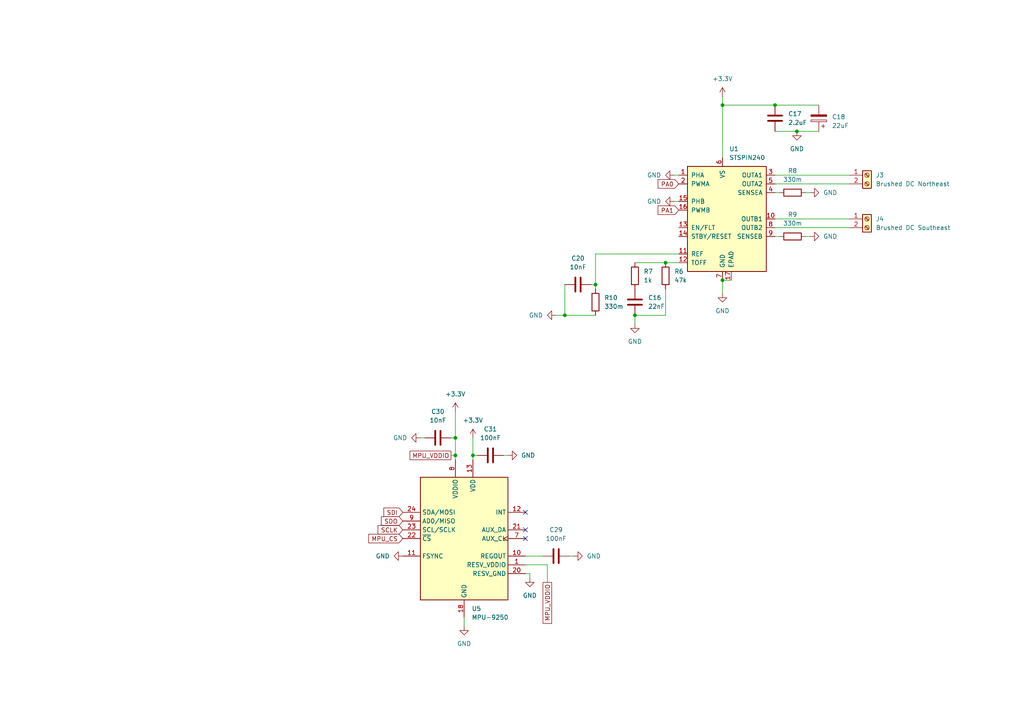
<source format=kicad_sch>
(kicad_sch (version 20230121) (generator eeschema)
  (paper "A4")
  (title_block (title "URONE - Motor Control") (date "2023-07-05") (rev "0") (company "Udestries") (comment 1 "Directly manages, utilizing analog output from the processor, the motors."))
  (lib_symbols
    (symbol "Connector:Screw_Terminal_01x02" (pin_names (offset 1.016) hide)
      (property "Reference" "J" (at 0 2.54 0))
      (property "Value" "Screw_Terminal_01x02" (at 0 -5.08 0))
      (symbol "Screw_Terminal_01x02_1_1"
        (rectangle (start -1.27 1.27) (end 1.27 -3.81) (stroke (width 0.254)) (fill (type background)))
        (circle (center 0 -2.54) (radius 0.635) (stroke (width 0.1524)))
        (polyline (pts (xy -0.5334 -2.2098) (xy 0.3302 -3.048)) (stroke (width 0.1524)))
        (polyline (pts (xy -0.5334 0.3302) (xy 0.3302 -0.508)) (stroke (width 0.1524)))
        (polyline (pts (xy -0.3556 -2.032) (xy 0.508 -2.8702)) (stroke (width 0.1524)))
        (polyline (pts (xy -0.3556 0.508) (xy 0.508 -0.3302)) (stroke (width 0.1524)))
        (circle (center 0 0) (radius 0.635) (stroke (width 0.1524)))
        (pin passive line (at -5.08 0 0) (length 3.81) (name "Pin_1") (number "1"))
        (pin passive line (at -5.08 -2.54 0) (length 3.81) (name "Pin_2") (number "2"))
      )
    )
    (symbol "Device:C" (pin_numbers hide) (pin_names (offset 0.254))
      (property "Reference" "C" (at 0.635 2.54 0))
      (property "Value" "C" (at 0.635 -2.54 0))
      (symbol "C_0_1"
        (polyline (pts (xy -2.032 -0.762) (xy 2.032 -0.762)) (stroke (width 0.508)))
        (polyline (pts (xy -2.032 0.762) (xy 2.032 0.762)) (stroke (width 0.508)))
      )
      (symbol "C_1_1"
        (pin passive line (at 0 3.81 270) (length 2.794) (name "~") (number "1"))
        (pin passive line (at 0 -3.81 90) (length 2.794) (name "~") (number "2"))
      )
    )
    (symbol "Device:C_Polarized" (pin_numbers hide) (pin_names (offset 0.254))
      (property "Reference" "C" (at 0.635 2.54 0))
      (property "Value" "C_Polarized" (at 0.635 -2.54 0))
      (symbol "C_Polarized_0_1"
        (rectangle (start -2.286 0.508) (end 2.286 1.016))
        (polyline (pts (xy -1.778 2.286) (xy -0.762 2.286)))
        (polyline (pts (xy -1.27 2.794) (xy -1.27 1.778)))
        (rectangle (start 2.286 -0.508) (end -2.286 -1.016) (fill (type outline)))
      )
      (symbol "C_Polarized_1_1"
        (pin passive line (at 0 3.81 270) (length 2.794) (name "~") (number "1"))
        (pin passive line (at 0 -3.81 90) (length 2.794) (name "~") (number "2"))
      )
    )
    (symbol "Device:R" (pin_numbers hide) (pin_names (offset 0))
      (property "Reference" "R" (at 2.032 0 90))
      (property "Value" "R" (at 0 0 90))
      (symbol "R_0_1"
        (rectangle (start -1.016 -2.54) (end 1.016 2.54) (stroke (width 0.254)))
      )
      (symbol "R_1_1"
        (pin passive line (at 0 3.81 270) (length 1.27) (name "~") (number "1"))
        (pin passive line (at 0 -3.81 90) (length 1.27) (name "~") (number "2"))
      )
    )
    (symbol "Driver_Motor:STSPIN240" (pin_names (offset 1.016))
      (property "Reference" "U" (at -10.16 16.51 0))
      (property "Value" "STSPIN240" (at 5.08 16.51 0))
      (symbol "STSPIN240_0_1"
        (rectangle (start -10.16 15.24) (end 12.7 -15.24) (stroke (width 0.254)) (fill (type background)))
      )
      (symbol "STSPIN240_1_1"
        (pin input line (at -12.7 12.7 0) (length 2.54) (name "PHA") (number "1"))
        (pin power_out line (at 15.24 0 180) (length 2.54) (name "OUTB1") (number "10"))
        (pin input line (at -12.7 -10.16 0) (length 2.54) (name "REF") (number "11"))
        (pin input line (at -12.7 -12.7 0) (length 2.54) (name "TOFF") (number "12"))
        (pin bidirectional line (at -12.7 -2.54 0) (length 2.54) (name "EN/FLT") (number "13"))
        (pin input line (at -12.7 -5.08 0) (length 2.54) (name "STBY/RESET") (number "14"))
        (pin input line (at -12.7 5.08 0) (length 2.54) (name "PHB") (number "15"))
        (pin input line (at -12.7 2.54 0) (length 2.54) (name "PWMB") (number "16"))
        (pin power_in line (at 2.54 -17.78 90) (length 2.54) (name "EPAD") (number "17"))
        (pin input line (at -12.7 10.16 0) (length 2.54) (name "PWMA") (number "2"))
        (pin power_out line (at 15.24 12.7 180) (length 2.54) (name "OUTA1") (number "3"))
        (pin power_out line (at 15.24 7.62 180) (length 2.54) (name "SENSEA") (number "4"))
        (pin power_out line (at 15.24 10.16 180) (length 2.54) (name "OUTA2") (number "5"))
        (pin power_in line (at 0 17.78 270) (length 2.54) (name "VS") (number "6"))
        (pin power_in line (at 0 -17.78 90) (length 2.54) (name "GND") (number "7"))
        (pin power_out line (at 15.24 -2.54 180) (length 2.54) (name "OUTB2") (number "8"))
        (pin power_out line (at 15.24 -5.08 180) (length 2.54) (name "SENSEB") (number "9"))
      )
    )
    (symbol "Sensor_Motion:MPU-9250"
      (property "Reference" "U" (at -11.43 19.05 0))
      (property "Value" "MPU-9250" (at 7.62 -19.05 0))
      (symbol "MPU-9250_0_1"
        (rectangle (start -12.7 17.78) (end 12.7 -17.78) (stroke (width 0.254)) (fill (type background)))
      )
      (symbol "MPU-9250_1_1"
        (pin input line (at 17.78 -7.62 180) (length 5.08) (name "RESV_VDDIO") (number "1"))
        (pin passive line (at 17.78 -5.08 180) (length 5.08) (name "REGOUT") (number "10"))
        (pin input line (at -17.78 -5.08 0) (length 5.08) (name "FSYNC") (number "11"))
        (pin output line (at 17.78 7.62 180) (length 5.08) (name "INT") (number "12"))
        (pin power_in line (at 2.54 22.86 270) (length 5.08) (name "VDD") (number "13"))
        (pin power_in line (at 0 -22.86 90) (length 5.08) (name "GND") (number "18"))
        (pin power_in line (at 17.78 -10.16 180) (length 5.08) (name "RESV_GND") (number "20"))
        (pin bidirectional line (at 17.78 2.54 180) (length 5.08) (name "AUX_DA") (number "21"))
        (pin input line (at -17.78 0 0) (length 5.08) (name "~{CS}") (number "22"))
        (pin input line (at -17.78 2.54 0) (length 5.08) (name "SCL/SCLK") (number "23"))
        (pin bidirectional line (at -17.78 7.62 0) (length 5.08) (name "SDA/MOSI") (number "24"))
        (pin output clock (at 17.78 0 180) (length 5.08) (name "AUX_CL") (number "7"))
        (pin power_in line (at -2.54 22.86 270) (length 5.08) (name "VDDIO") (number "8"))
        (pin bidirectional line (at -17.78 5.08 0) (length 5.08) (name "AD0/MISO") (number "9"))
      )
    )
    (symbol "power:+3.3V" (power) (pin_names (offset 0))
      (property "Value" "+3.3V" (at 0 3.556 0))
      (symbol "+3.3V_0_1"
        (polyline (pts (xy -0.762 1.27) (xy 0 2.54)))
        (polyline (pts (xy 0 0) (xy 0 2.54)))
        (polyline (pts (xy 0 2.54) (xy 0.762 1.27)))
      )
      (symbol "+3.3V_1_1"
        (pin power_in line (at 0 0 90) (length 0) hide (name "+3.3V") (number "1"))
      )
    )
    (symbol "power:GND" (power) (pin_names (offset 0))
      (property "Value" "GND" (at 0 -3.81 0))
      (symbol "GND_0_1"
        (polyline (pts (xy 0 0) (xy 0 -1.27) (xy 1.27 -1.27) (xy 0 -2.54) (xy -1.27 -1.27) (xy 0 -1.27)))
      )
      (symbol "GND_1_1"
        (pin power_in line (at 0 0 270) (length 0) hide (name "GND") (number "1"))
      )
    )
  )
  (junction (at 231.14 38.1))
  (junction (at 163.83 91.44))
  (junction (at 224.79 30.48))
  (junction (at 193.04 76.2))
  (junction (at 137.16 132.08))
  (junction (at 172.72 82.55))
  (junction (at 132.08 127))
  (junction (at 209.55 81.28))
  (junction (at 209.55 30.48))
  (junction (at 132.08 132.08))
  (junction (at 184.15 91.44))
  (no_connect (at 152.4 156.21))
  (no_connect (at 152.4 153.67))
  (no_connect (at 152.4 148.59))
  (wire (pts (xy 209.55 81.28) (xy 209.55 85.09)))
  (wire (pts (xy 195.58 50.8) (xy 196.85 50.8)))
  (wire (pts (xy 224.79 30.48) (xy 237.49 30.48)))
  (wire (pts (xy 212.09 81.28) (xy 209.55 81.28)))
  (wire (pts (xy 157.48 161.29) (xy 152.4 161.29)))
  (wire (pts (xy 193.04 83.82) (xy 193.04 91.44)))
  (wire (pts (xy 153.67 166.37) (xy 152.4 166.37)))
  (wire (pts (xy 137.16 127) (xy 137.16 132.08)))
  (wire (pts (xy 163.83 91.44) (xy 172.72 91.44)))
  (wire (pts (xy 121.92 127) (xy 123.19 127)))
  (wire (pts (xy 147.32 132.08) (xy 146.05 132.08)))
  (wire (pts (xy 224.79 53.34) (xy 246.38 53.34)))
  (wire (pts (xy 132.08 119.38) (xy 132.08 127)))
  (wire (pts (xy 172.72 73.66) (xy 196.85 73.66)))
  (wire (pts (xy 132.08 132.08) (xy 132.08 133.35)))
  (wire (pts (xy 224.79 38.1) (xy 231.14 38.1)))
  (wire (pts (xy 193.04 91.44) (xy 184.15 91.44)))
  (wire (pts (xy 134.62 181.61) (xy 134.62 179.07)))
  (wire (pts (xy 193.04 76.2) (xy 196.85 76.2)))
  (wire (pts (xy 137.16 132.08) (xy 137.16 133.35)))
  (wire (pts (xy 163.83 82.55) (xy 163.83 91.44)))
  (wire (pts (xy 158.75 168.91) (xy 158.75 163.83)))
  (wire (pts (xy 171.45 82.55) (xy 172.72 82.55)))
  (wire (pts (xy 158.75 163.83) (xy 152.4 163.83)))
  (wire (pts (xy 172.72 73.66) (xy 172.72 82.55)))
  (wire (pts (xy 172.72 83.82) (xy 172.72 82.55)))
  (wire (pts (xy 195.58 58.42) (xy 196.85 58.42)))
  (wire (pts (xy 184.15 76.2) (xy 193.04 76.2)))
  (wire (pts (xy 224.79 63.5) (xy 246.38 63.5)))
  (wire (pts (xy 130.81 127) (xy 132.08 127)))
  (wire (pts (xy 226.06 55.88) (xy 224.79 55.88)))
  (wire (pts (xy 153.67 166.37) (xy 153.67 167.64)))
  (wire (pts (xy 161.29 91.44) (xy 163.83 91.44)))
  (wire (pts (xy 209.55 30.48) (xy 209.55 45.72)))
  (wire (pts (xy 233.68 68.58) (xy 234.95 68.58)))
  (wire (pts (xy 132.08 127) (xy 132.08 132.08)))
  (wire (pts (xy 166.37 161.29) (xy 165.1 161.29)))
  (wire (pts (xy 209.55 27.94) (xy 209.55 30.48)))
  (wire (pts (xy 138.43 132.08) (xy 137.16 132.08)))
  (wire (pts (xy 130.81 132.08) (xy 132.08 132.08)))
  (wire (pts (xy 224.79 66.04) (xy 246.38 66.04)))
  (wire (pts (xy 231.14 38.1) (xy 237.49 38.1)))
  (wire (pts (xy 224.79 50.8) (xy 246.38 50.8)))
  (wire (pts (xy 184.15 91.44) (xy 184.15 93.98)))
  (wire (pts (xy 226.06 68.58) (xy 224.79 68.58)))
  (wire (pts (xy 234.95 55.88) (xy 233.68 55.88)))
  (wire (pts (xy 209.55 30.48) (xy 224.79 30.48)))
  (global_label "MPU_CS" (shape input) (at 116.84 156.21 180) (property "Intersheetrefs" "${INTERSHEET_REFS}" (effects hide)))
  (global_label "PA1" (shape input) (at 196.85 60.96 180) (property "Intersheetrefs" "${INTERSHEET_REFS}" (effects hide)))
  (global_label "MPU_VDDIO" (shape passive) (at 158.75 168.91 270) (property "Intersheetrefs" "${INTERSHEET_REFS}" (effects hide)))
  (global_label "SDI" (shape input) (at 116.84 148.59 180) (property "Intersheetrefs" "${INTERSHEET_REFS}" (effects hide)))
  (global_label "SDO" (shape input) (at 116.84 151.13 180) (property "Intersheetrefs" "${INTERSHEET_REFS}" (effects hide)))
  (global_label "PA0" (shape input) (at 196.85 53.34 180) (property "Intersheetrefs" "${INTERSHEET_REFS}" (effects hide)))
  (global_label "MPU_VDDIO" (shape passive) (at 130.81 132.08 180) (property "Intersheetrefs" "${INTERSHEET_REFS}" (effects hide)))
  (global_label "SCLK" (shape input) (at 116.84 153.67 180) (property "Intersheetrefs" "${INTERSHEET_REFS}" (effects hide)))
  (symbol (lib_id "Device:C_Polarized") (at 237.49 34.29 180) (unit 1)
    (property "Reference" "C18" (at 241.3 33.909 0) (effects (justify right)))
    (property "Value" "22uF" (at 241.3 36.449 0) (effects (justify right)))
    (property "Footprint" "Capacitor_SMD:CP_Elec_6.3x5.4" (effects hide))
    (property "ManufacturerPartNumber" "226SML050M" (effects hide))
  )
  (symbol (lib_id "Device:C") (at 127 127 90) (unit 1)
    (property "Reference" "C30" (at 127 119.38 90))
    (property "Value" "10nF" (at 127 121.92 90))
    (property "Footprint" "Capacitor_SMD:C_0201_0603Metric" (effects hide))
    (property "ManufacturerPartNumber" "C0603X5R1A103K030BA" (effects hide))
  )
  (symbol (lib_id "Connector:Screw_Terminal_01x02") (at 251.46 63.5 0) (unit 1)
    (property "Reference" "J4" (at 254 63.5 0) (effects (justify left)))
    (property "Value" "Brushed DC Southeast" (at 254 66.04 0) (effects (justify left)))
    (property "Footprint" "TerminalBlock:TerminalBlock_bornier-2_P5.08mm" (effects hide))
    (property "ManufacturerPartNumber" "1760510000" (effects hide))
  )
  (symbol (lib_id "Device:C") (at 142.24 132.08 90) (unit 1)
    (property "Reference" "C31" (at 142.24 124.46 90))
    (property "Value" "100nF" (at 142.24 127 90))
    (property "Footprint" "Capacitor_SMD:C_0201_0603Metric" (effects hide))
    (property "ManufacturerPartNumber" "CL03A104KQ3NNNC" (effects hide))
  )
  (symbol (lib_id "Sensor_Motion:MPU-9250") (at 134.62 156.21 0) (unit 1)
    (property "Reference" "U5" (at 136.8141 176.53 0) (effects (justify left)))
    (property "Value" "MPU-9250" (at 136.8141 179.07 0) (effects (justify left)))
    (property "Footprint" "Sensor_Motion:InvenSense_QFN-24_3x3mm_P0.4mm" (effects hide))
    (property "Datasheet" "https://invensense.tdk.com/wp-content/uploads/2015/02/PS-MPU-9250A-01-v1.1.pdf" (effects hide))
  )
  (symbol (lib_id "power:GND") (at 184.15 93.98 0) (unit 1)
    (property "Reference" "#PWR033" (effects hide))
    (property "Value" "GND" (at 184.15 99.06 0))
  )
  (symbol (lib_id "power:+3.3V") (at 137.16 127 0) (unit 1)
    (property "Reference" "#PWR050" (effects hide))
    (property "Value" "+3.3V" (at 137.16 121.92 0))
  )
  (symbol (lib_id "Device:R") (at 172.72 87.63 0) (unit 1)
    (property "Reference" "R10" (at 175.26 86.36 0) (effects (justify left)))
    (property "Value" "330m" (at 175.26 88.9 0) (effects (justify left)))
    (property "Footprint" "Resistor_SMD:R_0201_0603Metric" (effects hide))
    (property "ManufacturerPartNumber" "KDV02FR330ET" (effects hide))
  )
  (symbol (lib_id "power:GND") (at 234.95 68.58 90) (unit 1)
    (property "Reference" "#PWR035" (effects hide))
    (property "Value" "GND" (at 238.76 68.58 90) (effects (justify right)))
  )
  (symbol (lib_id "power:GND") (at 134.62 181.61 0) (unit 1)
    (property "Reference" "#PWR046" (effects hide))
    (property "Value" "GND" (at 134.62 186.69 0))
  )
  (symbol (lib_id "power:+3.3V") (at 132.08 119.38 0) (unit 1)
    (property "Reference" "#PWR047" (effects hide))
    (property "Value" "+3.3V" (at 132.08 114.3 0))
  )
  (symbol (lib_id "power:GND") (at 161.29 91.44 270) (unit 1)
    (property "Reference" "#PWR037" (effects hide))
    (property "Value" "GND" (at 157.48 91.44 90) (effects (justify right)))
  )
  (symbol (lib_id "Device:C") (at 167.64 82.55 90) (unit 1)
    (property "Reference" "C20" (at 167.64 74.93 90))
    (property "Value" "10nF" (at 167.64 77.47 90))
    (property "Footprint" "Capacitor_SMD:C_0201_0603Metric" (effects hide))
    (property "ManufacturerPartNumber" "C0603X5R1A103K030BA" (effects hide))
  )
  (symbol (lib_id "Connector:Screw_Terminal_01x02") (at 251.46 50.8 0) (unit 1)
    (property "Reference" "J3" (at 254 50.8 0) (effects (justify left)))
    (property "Value" "Brushed DC Northeast" (at 254 53.34 0) (effects (justify left)))
    (property "Footprint" "TerminalBlock:TerminalBlock_bornier-2_P5.08mm" (effects hide))
    (property "ManufacturerPartNumber" "1760510000" (effects hide))
  )
  (symbol (lib_id "power:+3.3V") (at 209.55 27.94 0) (unit 1)
    (property "Reference" "#PWR030" (effects hide))
    (property "Value" "+3.3V" (at 209.55 22.86 0))
  )
  (symbol (lib_id "power:GND") (at 195.58 50.8 270) (unit 1)
    (property "Reference" "#PWR044" (effects hide))
    (property "Value" "GND" (at 191.77 50.8 90) (effects (justify right)))
  )
  (symbol (lib_id "power:GND") (at 166.37 161.29 90) (unit 1)
    (property "Reference" "#PWR048" (effects hide))
    (property "Value" "GND" (at 170.18 161.29 90) (effects (justify right)))
  )
  (symbol (lib_id "Driver_Motor:STSPIN240") (at 209.55 63.5 0) (unit 1)
    (property "Reference" "U1" (at 211.5059 43.18 0) (effects (justify left)))
    (property "Value" "STSPIN240" (at 211.5059 45.72 0) (effects (justify left)))
    (property "Footprint" "Package_DFN_QFN:VQFN-16-1EP_3x3mm_P0.5mm_EP1.8x1.8mm" (effects hide))
    (property "Datasheet" "www.st.com/resource/en/datasheet/stspin240.pdf" (effects hide))
    (property "ManufacturerPartNumber" "STSPIN240" (effects hide))
  )
  (symbol (lib_id "power:GND") (at 195.58 58.42 270) (unit 1)
    (property "Reference" "#PWR045" (effects hide))
    (property "Value" "GND" (at 191.77 58.42 90) (effects (justify right)))
  )
  (symbol (lib_id "power:GND") (at 209.55 85.09 0) (unit 1)
    (property "Reference" "#PWR032" (effects hide))
    (property "Value" "GND" (at 209.55 90.17 0))
  )
  (symbol (lib_id "Device:R") (at 229.87 55.88 90) (unit 1)
    (property "Reference" "R8" (at 229.87 49.53 90))
    (property "Value" "330m" (at 229.87 52.07 90))
    (property "Footprint" "Resistor_SMD:R_0201_0603Metric" (effects hide))
    (property "ManufacturerPartNumber" "KDV02FR330ET" (effects hide))
  )
  (symbol (lib_id "Device:R") (at 229.87 68.58 270) (unit 1)
    (property "Reference" "R9" (at 229.87 62.23 90))
    (property "Value" "330m" (at 229.87 64.77 90))
    (property "Footprint" "Resistor_SMD:R_0201_0603Metric" (effects hide))
    (property "ManufacturerPartNumber" "KDV02FR330ET" (effects hide))
  )
  (symbol (lib_id "Device:C") (at 184.15 87.63 0) (unit 1)
    (property "Reference" "C16" (at 187.96 86.36 0) (effects (justify left)))
    (property "Value" "22nF" (at 187.96 88.9 0) (effects (justify left)))
    (property "Footprint" "Capacitor_SMD:C_0201_0603Metric" (effects hide))
    (property "ManufacturerPartNumber" "TMK063BJ223KP-F" (effects hide))
  )
  (symbol (lib_id "Device:C") (at 224.79 34.29 0) (unit 1)
    (property "Reference" "C17" (at 228.6 33.02 0) (effects (justify left)))
    (property "Value" "2.2uF" (at 228.6 35.56 0) (effects (justify left)))
    (property "Footprint" "Capacitor_SMD:C_0201_0603Metric" (effects hide))
    (property "ManufacturerPartNumber" "KGM03CR50J225MH" (effects hide))
  )
  (symbol (lib_id "power:GND") (at 116.84 161.29 270) (unit 1)
    (property "Reference" "#PWR053" (effects hide))
    (property "Value" "GND" (at 113.03 161.29 90) (effects (justify right)))
  )
  (symbol (lib_id "Device:R") (at 184.15 80.01 0) (unit 1)
    (property "Reference" "R7" (at 186.69 78.74 0) (effects (justify left)))
    (property "Value" "1k" (at 186.69 81.28 0) (effects (justify left)))
    (property "Footprint" "Resistor_SMD:R_0201_0603Metric" (effects hide))
    (property "ManufacturerPartNumber" "RC0201FR-071KL" (effects hide))
  )
  (symbol (lib_id "power:GND") (at 153.67 167.64 0) (unit 1)
    (property "Reference" "#PWR049" (effects hide))
    (property "Value" "GND" (at 153.67 172.72 0))
  )
  (symbol (lib_id "Device:R") (at 193.04 80.01 0) (unit 1)
    (property "Reference" "R6" (at 195.58 78.74 0) (effects (justify left)))
    (property "Value" "47k" (at 195.58 81.28 0) (effects (justify left)))
    (property "Footprint" "Resistor_SMD:R_0201_0603Metric" (effects hide))
    (property "ManufacturerPartNumber" "RMCF0201JT47K0" (effects hide))
  )
  (symbol (lib_id "power:GND") (at 231.14 38.1 0) (unit 1)
    (property "Reference" "#PWR034" (effects hide))
    (property "Value" "GND" (at 231.14 43.18 0))
  )
  (symbol (lib_id "Device:C") (at 161.29 161.29 90) (unit 1)
    (property "Reference" "C29" (at 161.29 153.67 90))
    (property "Value" "100nF" (at 161.29 156.21 90))
    (property "Footprint" "Capacitor_SMD:C_0201_0603Metric" (effects hide))
    (property "ManufacturerPartNumber" "CL03A104KQ3NNNC" (effects hide))
  )
  (symbol (lib_id "power:GND") (at 121.92 127 270) (unit 1)
    (property "Reference" "#PWR051" (effects hide))
    (property "Value" "GND" (at 118.11 127 90) (effects (justify right)))
  )
  (symbol (lib_id "power:GND") (at 234.95 55.88 90) (unit 1)
    (property "Reference" "#PWR036" (effects hide))
    (property "Value" "GND" (at 238.76 55.88 90) (effects (justify right)))
  )
  (symbol (lib_id "power:GND") (at 147.32 132.08 90) (unit 1)
    (property "Reference" "#PWR052" (effects hide))
    (property "Value" "GND" (at 151.13 132.08 90) (effects (justify right)))
  )
)
</source>
